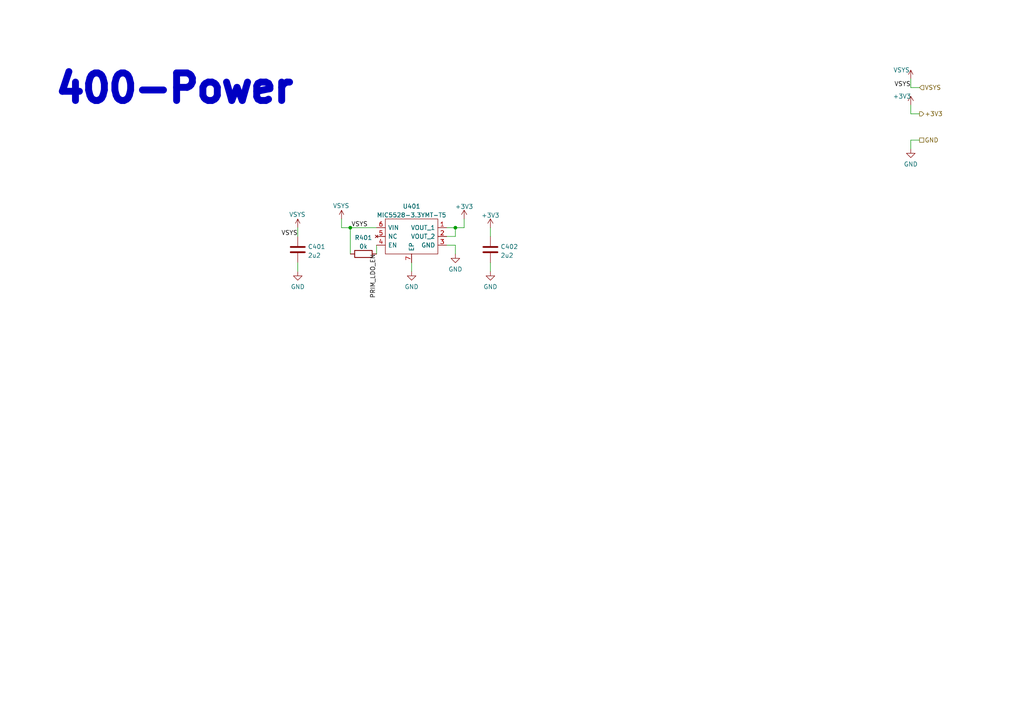
<source format=kicad_sch>
(kicad_sch (version 20230121) (generator eeschema)
  (paper "A4")
  (title_block (title "PSoM - RP2040") (date "2024-02-28") (rev "HW00") (company "PumaCorp") (comment 1 "Design by: NdG"))
  (lib_symbols
    (symbol "Component lib:C" (pin_numbers hide) (pin_names (offset 0.254))
      (property "Reference" "C" (at 0.635 -1.27 0))
      (property "Value" "C" (at 0.635 -6.35 0))
      (symbol "C_0_1"
        (polyline (pts (xy -2.032 -4.572) (xy 2.032 -4.572)) (stroke (width 0.508)))
        (polyline (pts (xy -2.032 -3.048) (xy 2.032 -3.048)) (stroke (width 0.508)))
      )
      (symbol "C_1_1"
        (pin passive line (at 0 0 270) (length 2.794) (name "~") (number "1"))
        (pin passive line (at 0 -7.62 90) (length 2.794) (name "~") (number "2"))
      )
    )
    (symbol "Component lib:MIC5528-3.3YMT-T5" (pin_names (offset 0.762))
      (property "Reference" "U" (at 2.54 5.08 0))
      (property "Value" "MIC5528-3.3YMT-T5" (at 12.7 5.08 0))
      (symbol "MIC5528-3.3YMT-T5_0_0"
        (pin passive line (at 20.32 0 180) (length 2.54) (name "VOUT_1") (number "1"))
        (pin passive line (at 20.32 -2.54 180) (length 2.54) (name "VOUT_2") (number "2"))
        (pin passive line (at 20.32 -5.08 180) (length 2.54) (name "GND") (number "3"))
        (pin passive line (at 0 -5.08 0) (length 2.54) (name "EN") (number "4"))
        (pin no_connect line (at 0 -2.54 0) (length 2.54) (name "NC") (number "5"))
        (pin passive line (at 0 0 0) (length 2.54) (name "VIN") (number "6"))
        (pin passive line (at 10.16 -10.16 90) (length 2.54) (name "EP") (number "7"))
      )
      (symbol "MIC5528-3.3YMT-T5_0_1"
        (rectangle (start 2.54 2.54) (end 17.78 -7.62) (stroke (width 0.1524)))
      )
    )
    (symbol "Component lib:R" (pin_numbers hide) (pin_names (offset 0))
      (property "Reference" "R" (at 2.032 -3.81 90))
      (property "Value" "R" (at 0 -3.81 90))
      (symbol "R_0_1"
        (rectangle (start -1.016 -6.35) (end 1.016 -1.27) (stroke (width 0.254)))
      )
      (symbol "R_1_1"
        (pin passive line (at 0 0 270) (length 1.27) (name "~") (number "1"))
        (pin passive line (at 0 -7.62 90) (length 1.27) (name "~") (number "2"))
      )
    )
    (symbol "Component_lib:VSYS" (power) (pin_numbers hide) (in_bom no) (on_board no)
      (property "Value" "VSYS" (at 0 3.81 0))
      (symbol "VSYS_0_0"
        (pin passive line (at 0 0 90) (length 2.54) hide (name "") (number ""))
      )
      (symbol "VSYS_0_1"
        (polyline (pts (xy 0 0) (xy 0 2.54) (xy 0.635 1.27) (xy 0 2.54) (xy -0.635 1.27)) (stroke (width 0.1524)))
      )
    )
    (symbol "power:+3V3" (power) (pin_names (offset 0))
      (property "Value" "+3V3" (at 0 3.556 0))
      (symbol "+3V3_0_1"
        (polyline (pts (xy -0.762 1.27) (xy 0 2.54)))
        (polyline (pts (xy 0 0) (xy 0 2.54)))
        (polyline (pts (xy 0 2.54) (xy 0.762 1.27)))
      )
      (symbol "+3V3_1_1"
        (pin power_in line (at 0 0 90) (length 0) hide (name "+3V3") (number "1"))
      )
    )
    (symbol "power:GND" (power) (pin_names (offset 0))
      (property "Value" "GND" (at 0 -3.81 0))
      (symbol "GND_0_1"
        (polyline (pts (xy 0 0) (xy 0 -1.27) (xy 1.27 -1.27) (xy 0 -2.54) (xy -1.27 -1.27) (xy 0 -1.27)))
      )
      (symbol "GND_1_1"
        (pin power_in line (at 0 0 270) (length 0) hide (name "GND") (number "1"))
      )
    )
  )
  (junction (at 101.6 66.04))
  (junction (at 132.08 66.04))
  (wire (pts (xy 101.6 66.04) (xy 101.6 73.66)))
  (wire (pts (xy 99.06 66.04) (xy 101.6 66.04)))
  (wire (pts (xy 129.54 68.58) (xy 132.08 68.58)))
  (wire (pts (xy 264.16 43.18) (xy 264.16 40.64)))
  (wire (pts (xy 142.24 66.04) (xy 142.24 68.58)))
  (wire (pts (xy 109.22 73.66) (xy 109.22 71.12)))
  (wire (pts (xy 134.62 66.04) (xy 134.62 63.5)))
  (wire (pts (xy 86.36 76.2) (xy 86.36 78.74)))
  (wire (pts (xy 129.54 66.04) (xy 132.08 66.04)))
  (wire (pts (xy 264.16 25.4) (xy 266.7 25.4)))
  (wire (pts (xy 129.54 71.12) (xy 132.08 71.12)))
  (wire (pts (xy 264.16 40.64) (xy 266.7 40.64)))
  (wire (pts (xy 99.06 63.5) (xy 99.06 66.04)))
  (wire (pts (xy 132.08 66.04) (xy 134.62 66.04)))
  (wire (pts (xy 132.08 68.58) (xy 132.08 66.04)))
  (wire (pts (xy 132.08 71.12) (xy 132.08 73.66)))
  (wire (pts (xy 142.24 76.2) (xy 142.24 78.74)))
  (wire (pts (xy 101.6 66.04) (xy 109.22 66.04)))
  (wire (pts (xy 264.16 22.86) (xy 264.16 25.4)))
  (wire (pts (xy 264.16 30.48) (xy 264.16 33.02)))
  (wire (pts (xy 264.16 33.02) (xy 266.7 33.02)))
  (wire (pts (xy 86.36 66.04) (xy 86.36 68.58)))
  (wire (pts (xy 119.38 76.2) (xy 119.38 78.74)))
  (text "400-Power\n" (at 15.24 30.48 0) (effects (font (size 8 8) (thickness 3) bold) (justify left bottom)))
  (label "VSYS" (at 86.36 68.58 180))
  (label "VSYS" (at 264.16 25.4 180))
  (label "PRIM_LDO_EN" (at 109.22 73.66 270))
  (label "VSYS" (at 106.68 66.04 180))
  (hierarchical_label "+3V3" (shape output) (at 266.7 33.02 0))
  (hierarchical_label "VSYS" (shape input) (at 266.7 25.4 0))
  (hierarchical_label "GND" (shape passive) (at 266.7 40.64 0))
  (symbol (lib_id "power:GND") (at 264.16 43.18 0) (unit 1)
    (property "Reference" "#PWR0408" (effects hide))
    (property "Value" "GND" (at 264.16 47.6234 0))
    (instances (project "PSoM_RP2040_00" (path "" (reference "#PWR0408") (unit 1))) (project "PMK_Keyboard" (path "" (reference "#PWR0303") (unit 1))))
  )
  (symbol (lib_id "power:+3V3") (at 142.24 66.04 0) (unit 1)
    (property "Reference" "#PWR0405" (effects hide))
    (property "Value" "+3V3" (at 142.24 62.4642 0))
    (instances (project "PSoM_RP2040_00" (path "" (reference "#PWR0405") (unit 1))) (project "PMK_Keyboard" (path "" (reference "#PWR0305") (unit 1))))
  )
  (symbol (lib_id "power:+3V3") (at 264.16 30.48 0) (unit 1)
    (property "Reference" "#PWR0407" (effects hide))
    (property "Value" "+3V3" (at 261.62 27.94 0))
    (instances (project "PSoM_RP2040_00" (path "" (reference "#PWR0407") (unit 1))) (project "PMK_Keyboard" (path "" (reference "#PWR0301") (unit 1))))
  )
  (symbol (lib_id "Component_lib:VSYS") (at 86.36 66.04 0) (unit 1) (in_bom no) (on_board no)
    (property "Reference" "#VSYS0401" (effects hide))
    (property "Value" "VSYS" (at 83.82 62.23 0) (effects (justify left)))
    (instances (project "PSoM_RP2040_00" (path "" (reference "#VSYS0401") (unit 1))) (project "PMK_Keyboard" (path "" (reference "#VSYS0103") (unit 1))))
  )
  (symbol (lib_id "power:GND") (at 86.36 78.74 0) (unit 1)
    (property "Reference" "#PWR0401" (effects hide))
    (property "Value" "GND" (at 86.36 83.1834 0))
    (instances (project "PSoM_RP2040_00" (path "" (reference "#PWR0401") (unit 1))) (project "PMK_Keyboard" (path "" (reference "#PWR0307") (unit 1))))
  )
  (symbol (lib_id "power:GND") (at 142.24 78.74 0) (unit 1)
    (property "Reference" "#PWR0406" (effects hide))
    (property "Value" "GND" (at 142.24 83.1834 0))
    (instances (project "PSoM_RP2040_00" (path "" (reference "#PWR0406") (unit 1))) (project "PMK_Keyboard" (path "" (reference "#PWR0308") (unit 1))))
  )
  (symbol (lib_id "Component_lib:VSYS") (at 264.16 22.86 0) (unit 1) (in_bom no) (on_board no)
    (property "Reference" "#VSYS0403" (effects hide))
    (property "Value" "VSYS" (at 259.08 20.32 0) (effects (justify left)))
    (instances (project "PSoM_RP2040_00" (path "" (reference "#VSYS0403") (unit 1))) (project "PMK_Keyboard" (path "" (reference "#VSYS0104") (unit 1))))
  )
  (symbol (lib_id "Component lib:MIC5528-3.3YMT-T5") (at 109.22 66.04 0) (unit 1)
    (property "Reference" "U401" (at 119.38 59.851 0))
    (property "Value" "MIC5528-3.3YMT-T5" (at 119.38 62.3879 0))
    (property "Footprint" "Component_lib:SON40P120X120X60-7N-D" (effects hide))
    (property "Datasheet" "https://www.mouser.ch/datasheet/2/268/MIC5528_High_Performance_500mA_LDO_in_Thin_and_Ext-1891284.pdf" (effects hide))
    (property "Description" "LDO Voltage Regulators Single, 500mA LDO w/ Auto Discharge & Internal Enable Pulldown" (effects hide))
    (property "Height" "0.6" (effects hide))
    (property "Mouser Part Number" "998-MIC5528-3.3YMTT5" (effects hide))
    (property "Mouser Price/Stock" "https://www.mouser.co.uk/ProductDetail/Microchip-Technology/MIC5528-33YMT-T5?qs=U6T8BxXiZAUrsVLummtswg%3D%3D" (effects hide))
    (property "Manufacturer_Name" "Microchip" (effects hide))
    (property "Manufacturer_Part_Number" "MIC5528-3.3YMT-T5" (effects hide))
    (instances (project "PSoM_RP2040_00" (path "" (reference "U401") (unit 1))) (project "PMK_Keyboard" (path "" (reference "U301") (unit 1))))
  )
  (symbol (lib_id "Component_lib:VSYS") (at 99.06 63.5 0) (unit 1) (in_bom no) (on_board no)
    (property "Reference" "#VSYS0402" (effects hide))
    (property "Value" "VSYS" (at 96.52 59.69 0) (effects (justify left)))
    (instances (project "PSoM_RP2040_00" (path "" (reference "#VSYS0402") (unit 1))) (project "PMK_Keyboard" (path "" (reference "#VSYS0102") (unit 1))))
  )
  (symbol (lib_id "Component lib:C") (at 142.24 68.58 0) (unit 1)
    (property "Reference" "C402" (at 145.161 71.5553 0) (effects (justify left)))
    (property "Value" "2u2" (at 145.161 74.0922 0) (effects (justify left)))
    (property "Footprint" "Capacitor_SMD:C_0603_1608Metric" (effects hide))
    (instances (project "PSoM_RP2040_00" (path "" (reference "C402") (unit 1))) (project "PMK_Keyboard" (path "" (reference "C302") (unit 1))))
  )
  (symbol (lib_id "Component lib:R") (at 101.6 73.66 90) (unit 1)
    (property "Reference" "R401" (at 105.41 68.9442 90))
    (property "Value" "0k" (at 105.41 71.4811 90))
    (property "Footprint" "Resistor_SMD:R_0201_0603Metric" (effects hide))
    (instances (project "PSoM_RP2040_00" (path "" (reference "R401") (unit 1))) (project "PMK_Keyboard" (path "" (reference "R301") (unit 1))))
  )
  (symbol (lib_id "Component lib:C") (at 86.36 68.58 0) (unit 1)
    (property "Reference" "C401" (at 89.281 71.5553 0) (effects (justify left)))
    (property "Value" "2u2" (at 89.281 74.0922 0) (effects (justify left)))
    (property "Footprint" "Capacitor_SMD:C_0603_1608Metric" (effects hide))
    (instances (project "PSoM_RP2040_00" (path "" (reference "C401") (unit 1))) (project "PMK_Keyboard" (path "" (reference "C301") (unit 1))))
  )
  (symbol (lib_id "power:GND") (at 132.08 73.66 0) (unit 1)
    (property "Reference" "#PWR0403" (effects hide))
    (property "Value" "GND" (at 132.08 78.1034 0))
    (instances (project "PSoM_RP2040_00" (path "" (reference "#PWR0403") (unit 1))) (project "PMK_Keyboard" (path "" (reference "#PWR0306") (unit 1))))
  )
  (symbol (lib_id "power:+3V3") (at 134.62 63.5 0) (unit 1)
    (property "Reference" "#PWR0404" (effects hide))
    (property "Value" "+3V3" (at 134.62 59.9242 0))
    (instances (project "PSoM_RP2040_00" (path "" (reference "#PWR0404") (unit 1))) (project "PMK_Keyboard" (path "" (reference "#PWR0304") (unit 1))))
  )
  (symbol (lib_id "power:GND") (at 119.38 78.74 0) (unit 1)
    (property "Reference" "#PWR0402" (effects hide))
    (property "Value" "GND" (at 119.38 83.1834 0))
    (instances (project "PSoM_RP2040_00" (path "" (reference "#PWR0402") (unit 1))) (project "PMK_Keyboard" (path "" (reference "#PWR0309") (unit 1))))
  )
)
</source>
